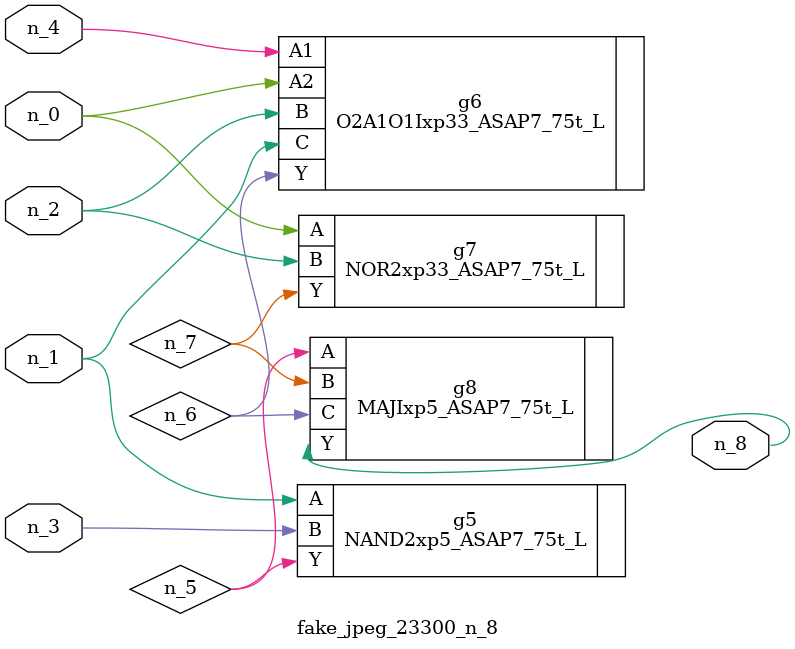
<source format=v>
module fake_jpeg_23300_n_8 (n_3, n_2, n_1, n_0, n_4, n_8);

input n_3;
input n_2;
input n_1;
input n_0;
input n_4;

output n_8;

wire n_6;
wire n_5;
wire n_7;

NAND2xp5_ASAP7_75t_L g5 ( 
.A(n_1),
.B(n_3),
.Y(n_5)
);

O2A1O1Ixp33_ASAP7_75t_L g6 ( 
.A1(n_4),
.A2(n_0),
.B(n_2),
.C(n_1),
.Y(n_6)
);

NOR2xp33_ASAP7_75t_L g7 ( 
.A(n_0),
.B(n_2),
.Y(n_7)
);

MAJIxp5_ASAP7_75t_L g8 ( 
.A(n_5),
.B(n_7),
.C(n_6),
.Y(n_8)
);


endmodule
</source>
